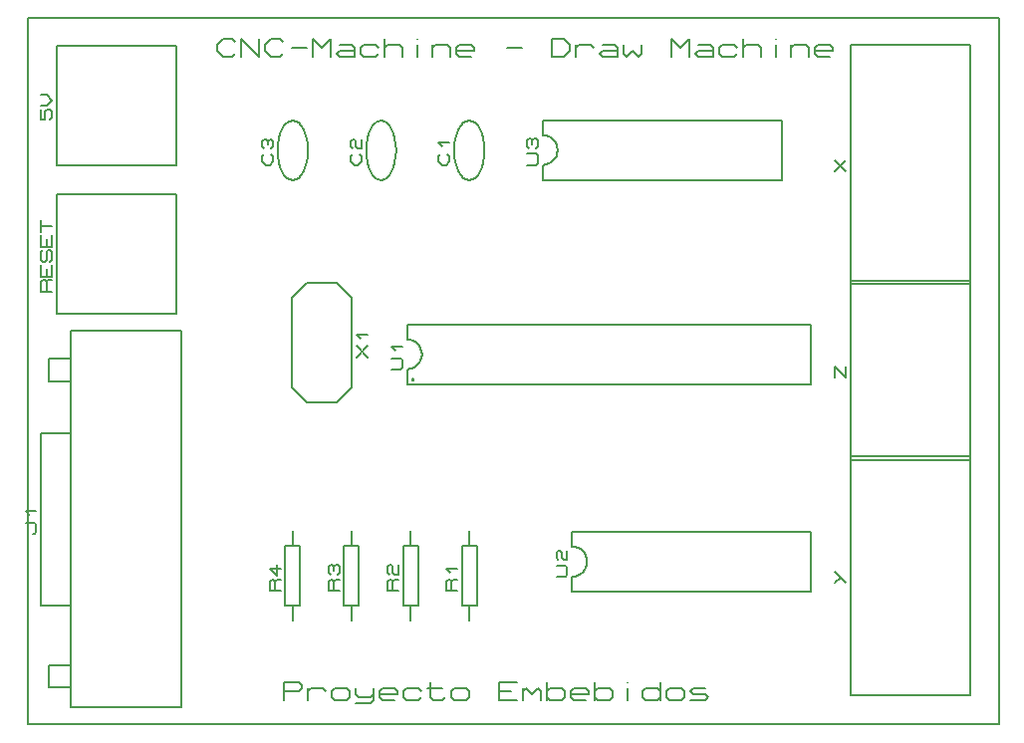
<source format=gbr>
G04 PROTEUS GERBER X2 FILE*
%TF.GenerationSoftware,Labcenter,Proteus,8.12-SP0-Build30713*%
%TF.CreationDate,2022-01-23T14:34:13+00:00*%
%TF.FileFunction,Legend,Top*%
%TF.FilePolarity,Positive*%
%TF.Part,Single*%
%TF.SameCoordinates,{31d8c894-68c1-4210-9226-32e75d25b3a7}*%
%FSLAX45Y45*%
%MOMM*%
G01*
%TA.AperFunction,Material*%
%ADD18C,0.203200*%
%TD.AperFunction*%
D18*
X-7750000Y+1500000D02*
X+500000Y+1500000D01*
X+500000Y+7500000D01*
X-7750000Y+7500000D01*
X-7750000Y+1500000D01*
X-4529500Y+4389000D02*
X-1100500Y+4389000D01*
X-1100500Y+4897000D01*
X-4529500Y+4897000D01*
X-4529500Y+4389000D02*
X-4529500Y+4516000D01*
X-4529500Y+4897000D02*
X-4529500Y+4770000D01*
X-4529500Y+4516000D02*
X-4503532Y+4518527D01*
X-4479518Y+4525798D01*
X-4457923Y+4537348D01*
X-4439211Y+4552711D01*
X-4423848Y+4571423D01*
X-4412298Y+4593019D01*
X-4405027Y+4617033D01*
X-4402500Y+4643000D01*
X-4529500Y+4770000D02*
X-4503532Y+4767473D01*
X-4479518Y+4760202D01*
X-4457923Y+4748653D01*
X-4439211Y+4733289D01*
X-4423848Y+4714577D01*
X-4412298Y+4692982D01*
X-4405027Y+4668968D01*
X-4402500Y+4643000D01*
X-4471516Y+4429640D02*
X-4471541Y+4430237D01*
X-4471743Y+4431433D01*
X-4472167Y+4432629D01*
X-4472861Y+4433825D01*
X-4473921Y+4435004D01*
X-4475117Y+4435867D01*
X-4476313Y+4436416D01*
X-4477509Y+4436725D01*
X-4478700Y+4436824D01*
X-4485884Y+4429640D02*
X-4485859Y+4430237D01*
X-4485657Y+4431433D01*
X-4485233Y+4432629D01*
X-4484539Y+4433825D01*
X-4483479Y+4435004D01*
X-4482283Y+4435867D01*
X-4481087Y+4436416D01*
X-4479891Y+4436725D01*
X-4478700Y+4436824D01*
X-4485884Y+4429640D02*
X-4485859Y+4429043D01*
X-4485657Y+4427847D01*
X-4485233Y+4426651D01*
X-4484539Y+4425455D01*
X-4483479Y+4424276D01*
X-4482283Y+4423413D01*
X-4481087Y+4422864D01*
X-4479891Y+4422555D01*
X-4478700Y+4422456D01*
X-4471516Y+4429640D02*
X-4471541Y+4429043D01*
X-4471743Y+4427847D01*
X-4472167Y+4426651D01*
X-4472861Y+4425455D01*
X-4473921Y+4424276D01*
X-4475117Y+4423413D01*
X-4476313Y+4422864D01*
X-4477509Y+4422555D01*
X-4478700Y+4422456D01*
X-4661580Y+4516000D02*
X-4585380Y+4516000D01*
X-4570140Y+4531875D01*
X-4570140Y+4595375D01*
X-4585380Y+4611250D01*
X-4661580Y+4611250D01*
X-4631100Y+4674750D02*
X-4661580Y+4706500D01*
X-4570140Y+4706500D01*
X-3127000Y+2627000D02*
X-3127000Y+2754000D01*
X-3000000Y+2881000D02*
X-3002436Y+2906876D01*
X-3009485Y+2930848D01*
X-3020762Y+2952438D01*
X-3035878Y+2971170D01*
X-3054446Y+2986569D01*
X-3076081Y+2998158D01*
X-3100394Y+3005460D01*
X-3127000Y+3008000D01*
X-3000000Y+2881000D02*
X-3002436Y+2854394D01*
X-3009485Y+2830081D01*
X-3020762Y+2808446D01*
X-3035878Y+2789878D01*
X-3054446Y+2774762D01*
X-3076081Y+2763485D01*
X-3100394Y+2756436D01*
X-3127000Y+2754000D01*
X-3127000Y+3008000D02*
X-3127000Y+3135000D01*
X-1095000Y+2627000D02*
X-1095000Y+3135000D01*
X-3127000Y+2627000D02*
X-1095000Y+2627000D01*
X-1095000Y+3135000D02*
X-3127000Y+3135000D01*
X-3259080Y+2754000D02*
X-3182880Y+2754000D01*
X-3167640Y+2769875D01*
X-3167640Y+2833375D01*
X-3182880Y+2849250D01*
X-3259080Y+2849250D01*
X-3243840Y+2896875D02*
X-3259080Y+2912750D01*
X-3259080Y+2960375D01*
X-3243840Y+2976250D01*
X-3228600Y+2976250D01*
X-3213360Y+2960375D01*
X-3213360Y+2912750D01*
X-3198120Y+2896875D01*
X-3167640Y+2896875D01*
X-3167640Y+2976250D01*
X-3377000Y+6127000D02*
X-3377000Y+6254000D01*
X-3250000Y+6381000D02*
X-3252436Y+6406876D01*
X-3259485Y+6430848D01*
X-3270762Y+6452438D01*
X-3285878Y+6471170D01*
X-3304446Y+6486569D01*
X-3326081Y+6498158D01*
X-3350394Y+6505460D01*
X-3377000Y+6508000D01*
X-3250000Y+6381000D02*
X-3252436Y+6354394D01*
X-3259485Y+6330081D01*
X-3270762Y+6308446D01*
X-3285878Y+6289878D01*
X-3304446Y+6274762D01*
X-3326081Y+6263485D01*
X-3350394Y+6256436D01*
X-3377000Y+6254000D01*
X-3377000Y+6508000D02*
X-3377000Y+6635000D01*
X-1345000Y+6127000D02*
X-1345000Y+6635000D01*
X-3377000Y+6127000D02*
X-1345000Y+6127000D01*
X-1345000Y+6635000D02*
X-3377000Y+6635000D01*
X-3509080Y+6254000D02*
X-3432880Y+6254000D01*
X-3417640Y+6269875D01*
X-3417640Y+6333375D01*
X-3432880Y+6349250D01*
X-3509080Y+6349250D01*
X-3493840Y+6396875D02*
X-3509080Y+6412750D01*
X-3509080Y+6460375D01*
X-3493840Y+6476250D01*
X-3478600Y+6476250D01*
X-3463360Y+6460375D01*
X-3448120Y+6476250D01*
X-3432880Y+6476250D01*
X-3417640Y+6460375D01*
X-3417640Y+6412750D01*
X-3432880Y+6396875D01*
X-3463360Y+6428625D02*
X-3463360Y+6460375D01*
X-7508000Y+6246000D02*
X-6492000Y+6246000D01*
X-7508000Y+7262000D02*
X-6492000Y+7262000D01*
X-6492000Y+6246000D02*
X-6492000Y+7262000D01*
X-7508000Y+6246000D02*
X-7508000Y+7262000D01*
X-7640080Y+6722250D02*
X-7640080Y+6642875D01*
X-7609600Y+6642875D01*
X-7609600Y+6706375D01*
X-7594360Y+6722250D01*
X-7563880Y+6722250D01*
X-7548640Y+6706375D01*
X-7548640Y+6658750D01*
X-7563880Y+6642875D01*
X-7640080Y+6754000D02*
X-7594360Y+6754000D01*
X-7548640Y+6801625D01*
X-7594360Y+6849250D01*
X-7640080Y+6849250D01*
X-758000Y+1746000D02*
X+258000Y+1746000D01*
X-758000Y+3778000D02*
X+258000Y+3778000D01*
X+258000Y+1746000D01*
X-758000Y+1746000D02*
X-758000Y+3778000D01*
X-890080Y+2793750D02*
X-798640Y+2698500D01*
X-890080Y+2698500D02*
X-844360Y+2746125D01*
X-758000Y+5246000D02*
X+258000Y+5246000D01*
X-758000Y+7278000D02*
X+258000Y+7278000D01*
X+258000Y+5246000D01*
X-758000Y+5246000D02*
X-758000Y+7278000D01*
X-890080Y+6198500D02*
X-798640Y+6293750D01*
X-798640Y+6198500D02*
X-890080Y+6293750D01*
X-758000Y+3746000D02*
X+258000Y+3746000D01*
X-758000Y+5270000D02*
X+258000Y+5270000D01*
X+258000Y+3746000D02*
X+258000Y+5270000D01*
X-758000Y+5270000D02*
X-758000Y+3746000D01*
X-890080Y+4444500D02*
X-890080Y+4539750D01*
X-798640Y+4444500D01*
X-798640Y+4539750D01*
X-4000000Y+2377000D02*
X-4000000Y+2504000D01*
X-4063500Y+2504000D02*
X-3936500Y+2504000D01*
X-3936500Y+3012000D01*
X-4063500Y+3012000D01*
X-4063500Y+2504000D01*
X-4000000Y+3012000D02*
X-4000000Y+3139000D01*
X-4104140Y+2631000D02*
X-4195580Y+2631000D01*
X-4195580Y+2710375D01*
X-4180340Y+2726250D01*
X-4165100Y+2726250D01*
X-4149860Y+2710375D01*
X-4149860Y+2631000D01*
X-4149860Y+2710375D02*
X-4134620Y+2726250D01*
X-4104140Y+2726250D01*
X-4165100Y+2789750D02*
X-4195580Y+2821500D01*
X-4104140Y+2821500D01*
X-4500000Y+2377000D02*
X-4500000Y+2504000D01*
X-4563500Y+2504000D02*
X-4436500Y+2504000D01*
X-4436500Y+3012000D01*
X-4563500Y+3012000D01*
X-4563500Y+2504000D01*
X-4500000Y+3012000D02*
X-4500000Y+3139000D01*
X-4604140Y+2631000D02*
X-4695580Y+2631000D01*
X-4695580Y+2710375D01*
X-4680340Y+2726250D01*
X-4665100Y+2726250D01*
X-4649860Y+2710375D01*
X-4649860Y+2631000D01*
X-4649860Y+2710375D02*
X-4634620Y+2726250D01*
X-4604140Y+2726250D01*
X-4680340Y+2773875D02*
X-4695580Y+2789750D01*
X-4695580Y+2837375D01*
X-4680340Y+2853250D01*
X-4665100Y+2853250D01*
X-4649860Y+2837375D01*
X-4649860Y+2789750D01*
X-4634620Y+2773875D01*
X-4604140Y+2773875D01*
X-4604140Y+2853250D01*
X-5000000Y+2377000D02*
X-5000000Y+2504000D01*
X-5063500Y+2504000D02*
X-4936500Y+2504000D01*
X-4936500Y+3012000D01*
X-5063500Y+3012000D01*
X-5063500Y+2504000D01*
X-5000000Y+3012000D02*
X-5000000Y+3139000D01*
X-5104140Y+2631000D02*
X-5195580Y+2631000D01*
X-5195580Y+2710375D01*
X-5180340Y+2726250D01*
X-5165100Y+2726250D01*
X-5149860Y+2710375D01*
X-5149860Y+2631000D01*
X-5149860Y+2710375D02*
X-5134620Y+2726250D01*
X-5104140Y+2726250D01*
X-5180340Y+2773875D02*
X-5195580Y+2789750D01*
X-5195580Y+2837375D01*
X-5180340Y+2853250D01*
X-5165100Y+2853250D01*
X-5149860Y+2837375D01*
X-5134620Y+2853250D01*
X-5119380Y+2853250D01*
X-5104140Y+2837375D01*
X-5104140Y+2789750D01*
X-5119380Y+2773875D01*
X-5149860Y+2805625D02*
X-5149860Y+2837375D01*
X-5500000Y+2377000D02*
X-5500000Y+2504000D01*
X-5563500Y+2504000D02*
X-5436500Y+2504000D01*
X-5436500Y+3012000D01*
X-5563500Y+3012000D01*
X-5563500Y+2504000D01*
X-5500000Y+3012000D02*
X-5500000Y+3139000D01*
X-5604140Y+2631000D02*
X-5695580Y+2631000D01*
X-5695580Y+2710375D01*
X-5680340Y+2726250D01*
X-5665100Y+2726250D01*
X-5649860Y+2710375D01*
X-5649860Y+2631000D01*
X-5649860Y+2710375D02*
X-5634620Y+2726250D01*
X-5604140Y+2726250D01*
X-5634620Y+2853250D02*
X-5634620Y+2758000D01*
X-5695580Y+2821500D01*
X-5604140Y+2821500D01*
X-4000000Y+6123000D02*
X-4025876Y+6128080D01*
X-4049848Y+6142685D01*
X-4071438Y+6165862D01*
X-4090170Y+6196660D01*
X-4105569Y+6234125D01*
X-4117158Y+6277305D01*
X-4124460Y+6325248D01*
X-4127000Y+6377000D01*
X-4000000Y+6631000D02*
X-4025876Y+6625920D01*
X-4049848Y+6611315D01*
X-4071438Y+6588138D01*
X-4090170Y+6557340D01*
X-4105569Y+6519875D01*
X-4117158Y+6476695D01*
X-4124460Y+6428752D01*
X-4127000Y+6377000D01*
X-4000000Y+6123000D02*
X-3974124Y+6128080D01*
X-3950152Y+6142685D01*
X-3928562Y+6165862D01*
X-3909830Y+6196660D01*
X-3894431Y+6234125D01*
X-3882842Y+6277305D01*
X-3875540Y+6325248D01*
X-3873000Y+6377000D01*
X-4000000Y+6631000D02*
X-3974124Y+6625920D01*
X-3950152Y+6611315D01*
X-3928562Y+6588138D01*
X-3909830Y+6557340D01*
X-3894431Y+6519875D01*
X-3882842Y+6476695D01*
X-3875540Y+6428752D01*
X-3873000Y+6377000D01*
X-4182880Y+6345250D02*
X-4167640Y+6329375D01*
X-4167640Y+6281750D01*
X-4198120Y+6250000D01*
X-4228600Y+6250000D01*
X-4259080Y+6281750D01*
X-4259080Y+6329375D01*
X-4243840Y+6345250D01*
X-4228600Y+6408750D02*
X-4259080Y+6440500D01*
X-4167640Y+6440500D01*
X-4750000Y+6123000D02*
X-4775876Y+6128080D01*
X-4799848Y+6142685D01*
X-4821438Y+6165862D01*
X-4840170Y+6196660D01*
X-4855569Y+6234125D01*
X-4867158Y+6277305D01*
X-4874460Y+6325248D01*
X-4877000Y+6377000D01*
X-4750000Y+6631000D02*
X-4775876Y+6625920D01*
X-4799848Y+6611315D01*
X-4821438Y+6588138D01*
X-4840170Y+6557340D01*
X-4855569Y+6519875D01*
X-4867158Y+6476695D01*
X-4874460Y+6428752D01*
X-4877000Y+6377000D01*
X-4750000Y+6123000D02*
X-4724124Y+6128080D01*
X-4700152Y+6142685D01*
X-4678562Y+6165862D01*
X-4659830Y+6196660D01*
X-4644431Y+6234125D01*
X-4632842Y+6277305D01*
X-4625540Y+6325248D01*
X-4623000Y+6377000D01*
X-4750000Y+6631000D02*
X-4724124Y+6625920D01*
X-4700152Y+6611315D01*
X-4678562Y+6588138D01*
X-4659830Y+6557340D01*
X-4644431Y+6519875D01*
X-4632842Y+6476695D01*
X-4625540Y+6428752D01*
X-4623000Y+6377000D01*
X-4932880Y+6345250D02*
X-4917640Y+6329375D01*
X-4917640Y+6281750D01*
X-4948120Y+6250000D01*
X-4978600Y+6250000D01*
X-5009080Y+6281750D01*
X-5009080Y+6329375D01*
X-4993840Y+6345250D01*
X-4993840Y+6392875D02*
X-5009080Y+6408750D01*
X-5009080Y+6456375D01*
X-4993840Y+6472250D01*
X-4978600Y+6472250D01*
X-4963360Y+6456375D01*
X-4963360Y+6408750D01*
X-4948120Y+6392875D01*
X-4917640Y+6392875D01*
X-4917640Y+6472250D01*
X-5500000Y+6123000D02*
X-5525876Y+6128080D01*
X-5549848Y+6142685D01*
X-5571438Y+6165862D01*
X-5590170Y+6196660D01*
X-5605569Y+6234125D01*
X-5617158Y+6277305D01*
X-5624460Y+6325248D01*
X-5627000Y+6377000D01*
X-5500000Y+6631000D02*
X-5525876Y+6625920D01*
X-5549848Y+6611315D01*
X-5571438Y+6588138D01*
X-5590170Y+6557340D01*
X-5605569Y+6519875D01*
X-5617158Y+6476695D01*
X-5624460Y+6428752D01*
X-5627000Y+6377000D01*
X-5500000Y+6123000D02*
X-5474124Y+6128080D01*
X-5450152Y+6142685D01*
X-5428562Y+6165862D01*
X-5409830Y+6196660D01*
X-5394431Y+6234125D01*
X-5382842Y+6277305D01*
X-5375540Y+6325248D01*
X-5373000Y+6377000D01*
X-5500000Y+6631000D02*
X-5474124Y+6625920D01*
X-5450152Y+6611315D01*
X-5428562Y+6588138D01*
X-5409830Y+6557340D01*
X-5394431Y+6519875D01*
X-5382842Y+6476695D01*
X-5375540Y+6428752D01*
X-5373000Y+6377000D01*
X-5682880Y+6345250D02*
X-5667640Y+6329375D01*
X-5667640Y+6281750D01*
X-5698120Y+6250000D01*
X-5728600Y+6250000D01*
X-5759080Y+6281750D01*
X-5759080Y+6329375D01*
X-5743840Y+6345250D01*
X-5743840Y+6392875D02*
X-5759080Y+6408750D01*
X-5759080Y+6456375D01*
X-5743840Y+6472250D01*
X-5728600Y+6472250D01*
X-5713360Y+6456375D01*
X-5698120Y+6472250D01*
X-5682880Y+6472250D01*
X-5667640Y+6456375D01*
X-5667640Y+6408750D01*
X-5682880Y+6392875D01*
X-5713360Y+6424625D02*
X-5713360Y+6456375D01*
X-7385000Y+1645040D02*
X-6445200Y+1645040D01*
X-6445200Y+4845440D01*
X-7385000Y+4845440D01*
X-7385000Y+1645040D01*
X-7385000Y+2508640D02*
X-7639000Y+2508640D01*
X-7639000Y+3969140D01*
X-7385000Y+3969140D01*
X-7385000Y+4413640D02*
X-7575500Y+4413640D01*
X-7575500Y+4604140D01*
X-7385000Y+4604140D01*
X-7385000Y+2000640D02*
X-7575500Y+2000640D01*
X-7575500Y+1810140D01*
X-7385000Y+1810140D01*
X-7710120Y+3118240D02*
X-7694880Y+3118240D01*
X-7679640Y+3134115D01*
X-7679640Y+3197615D01*
X-7694880Y+3213490D01*
X-7771080Y+3213490D01*
X-7740600Y+3276990D02*
X-7771080Y+3308740D01*
X-7679640Y+3308740D01*
X-4996000Y+5127000D02*
X-4996000Y+4365000D01*
X-5123000Y+4238000D01*
X-5377000Y+4238000D01*
X-5504000Y+4365000D01*
X-5504000Y+5127000D01*
X-5377000Y+5254000D01*
X-5123000Y+5254000D01*
X-4996000Y+5127000D01*
X-4955360Y+4619000D02*
X-4863920Y+4714250D01*
X-4863920Y+4619000D02*
X-4955360Y+4714250D01*
X-4924880Y+4777750D02*
X-4955360Y+4809500D01*
X-4863920Y+4809500D01*
X-7508000Y+4988000D02*
X-6492000Y+4988000D01*
X-7508000Y+6004000D02*
X-6492000Y+6004000D01*
X-6492000Y+4988000D02*
X-6492000Y+6004000D01*
X-7508000Y+4988000D02*
X-7508000Y+6004000D01*
X-7548640Y+5178500D02*
X-7640080Y+5178500D01*
X-7640080Y+5257875D01*
X-7624840Y+5273750D01*
X-7609600Y+5273750D01*
X-7594360Y+5257875D01*
X-7594360Y+5178500D01*
X-7594360Y+5257875D02*
X-7579120Y+5273750D01*
X-7548640Y+5273750D01*
X-7548640Y+5400750D02*
X-7548640Y+5305500D01*
X-7640080Y+5305500D01*
X-7640080Y+5400750D01*
X-7594360Y+5305500D02*
X-7594360Y+5369000D01*
X-7563880Y+5432500D02*
X-7548640Y+5448375D01*
X-7548640Y+5511875D01*
X-7563880Y+5527750D01*
X-7579120Y+5527750D01*
X-7594360Y+5511875D01*
X-7594360Y+5448375D01*
X-7609600Y+5432500D01*
X-7624840Y+5432500D01*
X-7640080Y+5448375D01*
X-7640080Y+5511875D01*
X-7624840Y+5527750D01*
X-7548640Y+5654750D02*
X-7548640Y+5559500D01*
X-7640080Y+5559500D01*
X-7640080Y+5654750D01*
X-7594360Y+5559500D02*
X-7594360Y+5623000D01*
X-7640080Y+5686500D02*
X-7640080Y+5781750D01*
X-7640080Y+5734125D02*
X-7548640Y+5734125D01*
X-5989200Y+7199200D02*
X-6014600Y+7173800D01*
X-6090800Y+7173800D01*
X-6141600Y+7224600D01*
X-6141600Y+7275400D01*
X-6090800Y+7326200D01*
X-6014600Y+7326200D01*
X-5989200Y+7300800D01*
X-5938400Y+7173800D02*
X-5938400Y+7326200D01*
X-5786000Y+7173800D01*
X-5786000Y+7326200D01*
X-5582800Y+7199200D02*
X-5608200Y+7173800D01*
X-5684400Y+7173800D01*
X-5735200Y+7224600D01*
X-5735200Y+7275400D01*
X-5684400Y+7326200D01*
X-5608200Y+7326200D01*
X-5582800Y+7300800D01*
X-5506600Y+7250000D02*
X-5379600Y+7250000D01*
X-5328800Y+7173800D02*
X-5328800Y+7326200D01*
X-5252600Y+7250000D01*
X-5176400Y+7326200D01*
X-5176400Y+7173800D01*
X-5100200Y+7275400D02*
X-4998600Y+7275400D01*
X-4973200Y+7250000D01*
X-4973200Y+7173800D01*
X-5100200Y+7173800D01*
X-5125600Y+7199200D01*
X-5100200Y+7224600D01*
X-4973200Y+7224600D01*
X-4770000Y+7250000D02*
X-4795400Y+7275400D01*
X-4897000Y+7275400D01*
X-4922400Y+7250000D01*
X-4922400Y+7199200D01*
X-4897000Y+7173800D01*
X-4795400Y+7173800D01*
X-4770000Y+7199200D01*
X-4566800Y+7173800D02*
X-4566800Y+7250000D01*
X-4592200Y+7275400D01*
X-4693800Y+7275400D01*
X-4719200Y+7250000D01*
X-4719200Y+7326200D02*
X-4719200Y+7173800D01*
X-4439800Y+7275400D02*
X-4439800Y+7173800D01*
X-4439800Y+7326200D02*
X-4439800Y+7326200D01*
X-4312800Y+7173800D02*
X-4312800Y+7275400D01*
X-4312800Y+7250000D02*
X-4287400Y+7275400D01*
X-4185800Y+7275400D01*
X-4160400Y+7250000D01*
X-4160400Y+7173800D01*
X-4109600Y+7224600D02*
X-3957200Y+7224600D01*
X-3957200Y+7250000D01*
X-3982600Y+7275400D01*
X-4084200Y+7275400D01*
X-4109600Y+7250000D01*
X-4109600Y+7199200D01*
X-4084200Y+7173800D01*
X-3982600Y+7173800D01*
X-3677800Y+7250000D02*
X-3550800Y+7250000D01*
X-3296800Y+7173800D02*
X-3296800Y+7326200D01*
X-3195200Y+7326200D01*
X-3144400Y+7275400D01*
X-3144400Y+7224600D01*
X-3195200Y+7173800D01*
X-3296800Y+7173800D01*
X-3093600Y+7173800D02*
X-3093600Y+7275400D01*
X-3093600Y+7250000D02*
X-3068200Y+7275400D01*
X-2966600Y+7275400D01*
X-2941200Y+7250000D01*
X-2865000Y+7275400D02*
X-2763400Y+7275400D01*
X-2738000Y+7250000D01*
X-2738000Y+7173800D01*
X-2865000Y+7173800D01*
X-2890400Y+7199200D01*
X-2865000Y+7224600D01*
X-2738000Y+7224600D01*
X-2687200Y+7275400D02*
X-2687200Y+7199200D01*
X-2661800Y+7173800D01*
X-2611000Y+7224600D01*
X-2560200Y+7173800D01*
X-2534800Y+7199200D01*
X-2534800Y+7275400D01*
X-2280800Y+7173800D02*
X-2280800Y+7326200D01*
X-2204600Y+7250000D01*
X-2128400Y+7326200D01*
X-2128400Y+7173800D01*
X-2052200Y+7275400D02*
X-1950600Y+7275400D01*
X-1925200Y+7250000D01*
X-1925200Y+7173800D01*
X-2052200Y+7173800D01*
X-2077600Y+7199200D01*
X-2052200Y+7224600D01*
X-1925200Y+7224600D01*
X-1722000Y+7250000D02*
X-1747400Y+7275400D01*
X-1849000Y+7275400D01*
X-1874400Y+7250000D01*
X-1874400Y+7199200D01*
X-1849000Y+7173800D01*
X-1747400Y+7173800D01*
X-1722000Y+7199200D01*
X-1518800Y+7173800D02*
X-1518800Y+7250000D01*
X-1544200Y+7275400D01*
X-1645800Y+7275400D01*
X-1671200Y+7250000D01*
X-1671200Y+7326200D02*
X-1671200Y+7173800D01*
X-1391800Y+7275400D02*
X-1391800Y+7173800D01*
X-1391800Y+7326200D02*
X-1391800Y+7326200D01*
X-1264800Y+7173800D02*
X-1264800Y+7275400D01*
X-1264800Y+7250000D02*
X-1239400Y+7275400D01*
X-1137800Y+7275400D01*
X-1112400Y+7250000D01*
X-1112400Y+7173800D01*
X-1061600Y+7224600D02*
X-909200Y+7224600D01*
X-909200Y+7250000D01*
X-934600Y+7275400D01*
X-1036200Y+7275400D01*
X-1061600Y+7250000D01*
X-1061600Y+7199200D01*
X-1036200Y+7173800D01*
X-934600Y+7173800D01*
X-5578800Y+1701800D02*
X-5578800Y+1854200D01*
X-5451800Y+1854200D01*
X-5426400Y+1828800D01*
X-5426400Y+1803400D01*
X-5451800Y+1778000D01*
X-5578800Y+1778000D01*
X-5375600Y+1701800D02*
X-5375600Y+1803400D01*
X-5375600Y+1778000D02*
X-5350200Y+1803400D01*
X-5248600Y+1803400D01*
X-5223200Y+1778000D01*
X-5172400Y+1778000D02*
X-5147000Y+1803400D01*
X-5045400Y+1803400D01*
X-5020000Y+1778000D01*
X-5020000Y+1727200D01*
X-5045400Y+1701800D01*
X-5147000Y+1701800D01*
X-5172400Y+1727200D01*
X-5172400Y+1778000D01*
X-4969200Y+1803400D02*
X-4969200Y+1752600D01*
X-4943800Y+1727200D01*
X-4842200Y+1727200D01*
X-4816800Y+1752600D01*
X-4816800Y+1803400D02*
X-4816800Y+1701800D01*
X-4842200Y+1676400D01*
X-4969200Y+1676400D01*
X-4766000Y+1752600D02*
X-4613600Y+1752600D01*
X-4613600Y+1778000D01*
X-4639000Y+1803400D01*
X-4740600Y+1803400D01*
X-4766000Y+1778000D01*
X-4766000Y+1727200D01*
X-4740600Y+1701800D01*
X-4639000Y+1701800D01*
X-4410400Y+1778000D02*
X-4435800Y+1803400D01*
X-4537400Y+1803400D01*
X-4562800Y+1778000D01*
X-4562800Y+1727200D01*
X-4537400Y+1701800D01*
X-4435800Y+1701800D01*
X-4410400Y+1727200D01*
X-4334200Y+1854200D02*
X-4334200Y+1727200D01*
X-4308800Y+1701800D01*
X-4232600Y+1701800D01*
X-4207200Y+1727200D01*
X-4359600Y+1803400D02*
X-4232600Y+1803400D01*
X-4156400Y+1778000D02*
X-4131000Y+1803400D01*
X-4029400Y+1803400D01*
X-4004000Y+1778000D01*
X-4004000Y+1727200D01*
X-4029400Y+1701800D01*
X-4131000Y+1701800D01*
X-4156400Y+1727200D01*
X-4156400Y+1778000D01*
X-3597600Y+1701800D02*
X-3750000Y+1701800D01*
X-3750000Y+1854200D01*
X-3597600Y+1854200D01*
X-3750000Y+1778000D02*
X-3648400Y+1778000D01*
X-3546800Y+1701800D02*
X-3546800Y+1803400D01*
X-3546800Y+1778000D02*
X-3521400Y+1803400D01*
X-3470600Y+1752600D01*
X-3419800Y+1803400D01*
X-3394400Y+1778000D01*
X-3394400Y+1701800D01*
X-3343600Y+1778000D02*
X-3318200Y+1803400D01*
X-3216600Y+1803400D01*
X-3191200Y+1778000D01*
X-3191200Y+1727200D01*
X-3216600Y+1701800D01*
X-3318200Y+1701800D01*
X-3343600Y+1727200D01*
X-3343600Y+1701800D02*
X-3343600Y+1854200D01*
X-3140400Y+1752600D02*
X-2988000Y+1752600D01*
X-2988000Y+1778000D01*
X-3013400Y+1803400D01*
X-3115000Y+1803400D01*
X-3140400Y+1778000D01*
X-3140400Y+1727200D01*
X-3115000Y+1701800D01*
X-3013400Y+1701800D01*
X-2937200Y+1778000D02*
X-2911800Y+1803400D01*
X-2810200Y+1803400D01*
X-2784800Y+1778000D01*
X-2784800Y+1727200D01*
X-2810200Y+1701800D01*
X-2911800Y+1701800D01*
X-2937200Y+1727200D01*
X-2937200Y+1701800D02*
X-2937200Y+1854200D01*
X-2657800Y+1803400D02*
X-2657800Y+1701800D01*
X-2657800Y+1854200D02*
X-2657800Y+1854200D01*
X-2378400Y+1778000D02*
X-2403800Y+1803400D01*
X-2505400Y+1803400D01*
X-2530800Y+1778000D01*
X-2530800Y+1727200D01*
X-2505400Y+1701800D01*
X-2403800Y+1701800D01*
X-2378400Y+1727200D01*
X-2378400Y+1701800D02*
X-2378400Y+1854200D01*
X-2327600Y+1778000D02*
X-2302200Y+1803400D01*
X-2200600Y+1803400D01*
X-2175200Y+1778000D01*
X-2175200Y+1727200D01*
X-2200600Y+1701800D01*
X-2302200Y+1701800D01*
X-2327600Y+1727200D01*
X-2327600Y+1778000D01*
X-1997400Y+1803400D02*
X-2099000Y+1803400D01*
X-2124400Y+1778000D01*
X-2099000Y+1752600D01*
X-1997400Y+1752600D01*
X-1972000Y+1727200D01*
X-1997400Y+1701800D01*
X-2124400Y+1701800D01*
M02*

</source>
